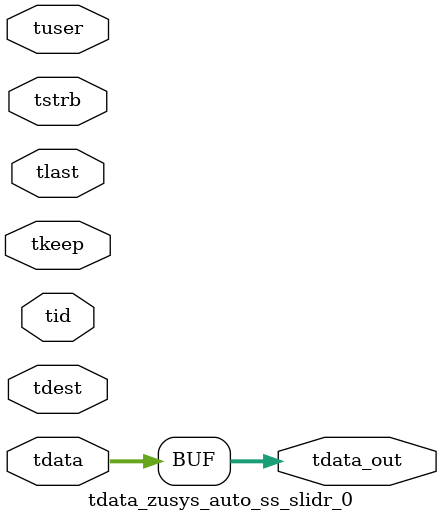
<source format=v>


`timescale 1ps/1ps

module tdata_zusys_auto_ss_slidr_0 #
(
parameter C_S_AXIS_TDATA_WIDTH = 32,
parameter C_S_AXIS_TUSER_WIDTH = 0,
parameter C_S_AXIS_TID_WIDTH   = 0,
parameter C_S_AXIS_TDEST_WIDTH = 0,
parameter C_M_AXIS_TDATA_WIDTH = 32
)
(
input  [(C_S_AXIS_TDATA_WIDTH == 0 ? 1 : C_S_AXIS_TDATA_WIDTH)-1:0     ] tdata,
input  [(C_S_AXIS_TUSER_WIDTH == 0 ? 1 : C_S_AXIS_TUSER_WIDTH)-1:0     ] tuser,
input  [(C_S_AXIS_TID_WIDTH   == 0 ? 1 : C_S_AXIS_TID_WIDTH)-1:0       ] tid,
input  [(C_S_AXIS_TDEST_WIDTH == 0 ? 1 : C_S_AXIS_TDEST_WIDTH)-1:0     ] tdest,
input  [(C_S_AXIS_TDATA_WIDTH/8)-1:0 ] tkeep,
input  [(C_S_AXIS_TDATA_WIDTH/8)-1:0 ] tstrb,
input                                                                    tlast,
output [C_M_AXIS_TDATA_WIDTH-1:0] tdata_out
);

assign tdata_out = {tdata[31:0]};

endmodule


</source>
